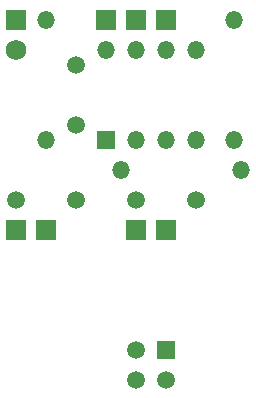
<source format=gts>
G04 (created by PCBNEW (2013-07-07 BZR 4022)-stable) date Sun 21 May 2017 12:44:06 AM CDT*
%MOIN*%
G04 Gerber Fmt 3.4, Leading zero omitted, Abs format*
%FSLAX34Y34*%
G01*
G70*
G90*
G04 APERTURE LIST*
%ADD10C,0.00590551*%
%ADD11R,0.059X0.059*%
%ADD12C,0.059*%
%ADD13O,0.059X0.059*%
%ADD14R,0.069X0.069*%
%ADD15C,0.069*%
G04 APERTURE END LIST*
G54D10*
G54D11*
X123000Y-30000D03*
G54D12*
X122000Y-31000D03*
X123000Y-31000D03*
X122000Y-30000D03*
G54D13*
X125500Y-24000D03*
X121500Y-24000D03*
X119000Y-23000D03*
X119000Y-19000D03*
X125250Y-19000D03*
X125250Y-23000D03*
G54D11*
X121000Y-23000D03*
G54D13*
X122000Y-23000D03*
X123000Y-23000D03*
X124000Y-23000D03*
X124000Y-20000D03*
X123000Y-20000D03*
X121000Y-20000D03*
X122000Y-20000D03*
G54D14*
X119000Y-26000D03*
X118000Y-26000D03*
X122000Y-19000D03*
X121000Y-19000D03*
X123000Y-26000D03*
X122000Y-26000D03*
X123000Y-19000D03*
G54D12*
X124000Y-25000D03*
X122000Y-25000D03*
X120000Y-20500D03*
X120000Y-22500D03*
X120000Y-25000D03*
X118000Y-25000D03*
G54D14*
X118000Y-19000D03*
G54D15*
X118000Y-20000D03*
M02*

</source>
